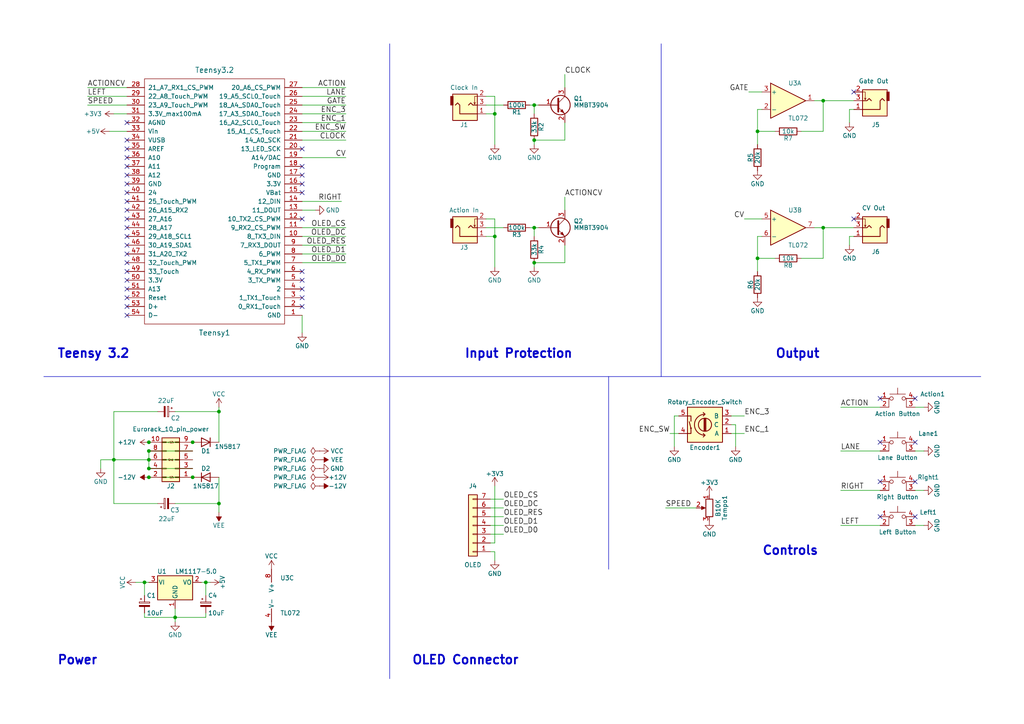
<source format=kicad_sch>
(kicad_sch (version 20230121) (generator eeschema)
  (paper "A4")
  (title_block (title "Play Dice") (company "Mountjoy Modular"))
  (lib_symbols
    (symbol "Amplifier_Operational:TL072" (pin_names (offset 0.127))
      (property "Reference" "U" (at 0 5.08 0))
      (property "Value" "TL072" (at 0 -5.08 0))
      (symbol "TL072_1_1"
        (polyline (pts (xy -5.08 5.08) (xy 5.08 0) (xy -5.08 -5.08) (xy -5.08 5.08)) (stroke (width 0.254)) (fill (type background)))
        (pin output line (at 7.62 0 180) (length 2.54) (name "~") (number "1"))
        (pin input line (at -7.62 -2.54 0) (length 2.54) (name "-") (number "2"))
        (pin input line (at -7.62 2.54 0) (length 2.54) (name "+") (number "3"))
      )
      (symbol "TL072_2_1"
        (polyline (pts (xy -5.08 5.08) (xy 5.08 0) (xy -5.08 -5.08) (xy -5.08 5.08)) (stroke (width 0.254)) (fill (type background)))
        (pin input line (at -7.62 2.54 0) (length 2.54) (name "+") (number "5"))
        (pin input line (at -7.62 -2.54 0) (length 2.54) (name "-") (number "6"))
        (pin output line (at 7.62 0 180) (length 2.54) (name "~") (number "7"))
      )
      (symbol "TL072_3_1"
        (pin power_in line (at -2.54 -7.62 90) (length 3.81) (name "V-") (number "4"))
        (pin power_in line (at -2.54 7.62 270) (length 3.81) (name "V+") (number "8"))
      )
    )
    (symbol "Connector_Generic:Conn_01x07" (pin_names (offset 1.016) hide)
      (property "Reference" "J" (at 0 10.16 0))
      (property "Value" "Conn_01x07" (at 0 -10.16 0))
      (symbol "Conn_01x07_1_1"
        (rectangle (start -1.27 -7.493) (end 0 -7.747) (stroke (width 0.1524)))
        (rectangle (start -1.27 -4.953) (end 0 -5.207) (stroke (width 0.1524)))
        (rectangle (start -1.27 -2.413) (end 0 -2.667) (stroke (width 0.1524)))
        (rectangle (start -1.27 0.127) (end 0 -0.127) (stroke (width 0.1524)))
        (rectangle (start -1.27 2.667) (end 0 2.413) (stroke (width 0.1524)))
        (rectangle (start -1.27 5.207) (end 0 4.953) (stroke (width 0.1524)))
        (rectangle (start -1.27 7.747) (end 0 7.493) (stroke (width 0.1524)))
        (rectangle (start -1.27 8.89) (end 1.27 -8.89) (stroke (width 0.254)) (fill (type background)))
        (pin passive line (at -5.08 7.62 0) (length 3.81) (name "Pin_1") (number "1"))
        (pin passive line (at -5.08 5.08 0) (length 3.81) (name "Pin_2") (number "2"))
        (pin passive line (at -5.08 2.54 0) (length 3.81) (name "Pin_3") (number "3"))
        (pin passive line (at -5.08 0 0) (length 3.81) (name "Pin_4") (number "4"))
        (pin passive line (at -5.08 -2.54 0) (length 3.81) (name "Pin_5") (number "5"))
        (pin passive line (at -5.08 -5.08 0) (length 3.81) (name "Pin_6") (number "6"))
        (pin passive line (at -5.08 -7.62 0) (length 3.81) (name "Pin_7") (number "7"))
      )
    )
    (symbol "Device:C_Polarized_Small" (pin_numbers hide) (pin_names (offset 0.254) hide)
      (property "Reference" "C" (at 0.254 1.778 0))
      (property "Value" "C_Polarized_Small" (at 0.254 -2.032 0))
      (symbol "C_Polarized_Small_0_1"
        (rectangle (start -1.524 -0.3048) (end 1.524 -0.6858) (fill (type outline)))
        (rectangle (start -1.524 0.6858) (end 1.524 0.3048))
        (polyline (pts (xy -1.27 1.524) (xy -0.762 1.524)))
        (polyline (pts (xy -1.016 1.27) (xy -1.016 1.778)))
      )
      (symbol "C_Polarized_Small_1_1"
        (pin passive line (at 0 2.54 270) (length 1.8542) (name "~") (number "1"))
        (pin passive line (at 0 -2.54 90) (length 1.8542) (name "~") (number "2"))
      )
    )
    (symbol "Device:D" (pin_numbers hide) (pin_names (offset 1.016) hide)
      (property "Reference" "D" (at 0 2.54 0))
      (property "Value" "D" (at 0 -2.54 0))
      (symbol "D_0_1"
        (polyline (pts (xy -1.27 1.27) (xy -1.27 -1.27)) (stroke (width 0.254)))
        (polyline (pts (xy 1.27 0) (xy -1.27 0)))
        (polyline (pts (xy 1.27 1.27) (xy 1.27 -1.27) (xy -1.27 0) (xy 1.27 1.27)) (stroke (width 0.254)))
      )
      (symbol "D_1_1"
        (pin passive line (at -3.81 0 0) (length 2.54) (name "K") (number "1"))
        (pin passive line (at 3.81 0 180) (length 2.54) (name "A") (number "2"))
      )
    )
    (symbol "Device:R" (pin_numbers hide) (pin_names (offset 0))
      (property "Reference" "R" (at 2.032 0 90))
      (property "Value" "R" (at 0 0 90))
      (symbol "R_0_1"
        (rectangle (start -1.016 -2.54) (end 1.016 2.54) (stroke (width 0.254)))
      )
      (symbol "R_1_1"
        (pin passive line (at 0 3.81 270) (length 1.27) (name "~") (number "1"))
        (pin passive line (at 0 -3.81 90) (length 1.27) (name "~") (number "2"))
      )
    )
    (symbol "Device:R_Potentiometer" (pin_names (offset 1.016) hide)
      (property "Reference" "RV" (at -4.445 0 90))
      (property "Value" "R_Potentiometer" (at -2.54 0 90))
      (symbol "R_Potentiometer_0_1"
        (polyline (pts (xy 2.54 0) (xy 1.524 0)))
        (polyline (pts (xy 1.143 0) (xy 2.286 0.508) (xy 2.286 -0.508) (xy 1.143 0)) (fill (type outline)))
        (rectangle (start 1.016 2.54) (end -1.016 -2.54) (stroke (width 0.254)))
      )
      (symbol "R_Potentiometer_1_1"
        (pin passive line (at 0 3.81 270) (length 1.27) (name "1") (number "1"))
        (pin passive line (at 3.81 0 180) (length 1.27) (name "2") (number "2"))
        (pin passive line (at 0 -3.81 90) (length 1.27) (name "3") (number "3"))
      )
    )
    (symbol "Eurorack Header:Eurorack_10_pin_power" (pin_names (offset 1.016) hide)
      (property "Reference" "J" (at 1.27 7.62 0))
      (property "Value" "Eurorack_10_pin_power" (at 1.27 -7.62 0))
      (symbol "Eurorack_10_pin_power_1_0"
        (text "+12v" (at 1.27 -5.08 0) (effects (font (size 0.508 0.508))))
        (text "-12v" (at 1.27 5.08 0) (effects (font (size 0.508 0.508))))
        (text "Gnd" (at 1.27 0 0) (effects (font (size 0.508 0.508))))
      )
      (symbol "Eurorack_10_pin_power_1_1"
        (rectangle (start -1.27 -4.953) (end 0 -5.207) (stroke (width 0.1524)))
        (rectangle (start -1.27 -2.413) (end 0 -2.667) (stroke (width 0.1524)))
        (rectangle (start -1.27 0.127) (end 0 -0.127) (stroke (width 0.1524)))
        (rectangle (start -1.27 2.667) (end 0 2.413) (stroke (width 0.1524)))
        (rectangle (start -1.27 5.207) (end 0 4.953) (stroke (width 0.1524)))
        (rectangle (start -1.27 6.35) (end 3.81 -6.35) (stroke (width 0.254)) (fill (type background)))
        (rectangle (start 3.81 -4.953) (end 2.54 -5.207) (stroke (width 0.1524)))
        (rectangle (start 3.81 -2.413) (end 2.54 -2.667) (stroke (width 0.1524)))
        (rectangle (start 3.81 0.127) (end 2.54 -0.127) (stroke (width 0.1524)))
        (rectangle (start 3.81 2.667) (end 2.54 2.413) (stroke (width 0.1524)))
        (rectangle (start 3.81 5.207) (end 2.54 4.953) (stroke (width 0.1524)))
        (pin power_in line (at -5.08 5.08 0) (length 3.81) (name "Pin_1") (number "1"))
        (pin passive line (at 7.62 -5.08 180) (length 3.81) (name "Pin_10") (number "10"))
        (pin passive line (at 7.62 5.08 180) (length 3.81) (name "Pin_2") (number "2"))
        (pin passive line (at -5.08 2.54 0) (length 3.81) (name "Pin_3") (number "3"))
        (pin passive line (at 7.62 2.54 180) (length 3.81) (name "Pin_4") (number "4"))
        (pin power_in line (at -5.08 0 0) (length 3.81) (name "Pin_5") (number "5"))
        (pin passive line (at 7.62 0 180) (length 3.81) (name "Pin_6") (number "6"))
        (pin passive line (at -5.08 -2.54 0) (length 3.81) (name "Pin_7") (number "7"))
        (pin passive line (at 7.62 -2.54 180) (length 3.81) (name "Pin_8") (number "8"))
        (pin power_in line (at -5.08 -5.08 0) (length 3.81) (name "Pin_9") (number "9"))
      )
    )
    (symbol "Regulator_Linear:LM1117-5.0" (pin_names (offset 0.254))
      (property "Reference" "U" (at -3.81 3.175 0))
      (property "Value" "LM1117-5.0" (at 0 3.175 0))
      (symbol "LM1117-5.0_0_1"
        (rectangle (start -5.08 -5.08) (end 5.08 1.905) (stroke (width 0.254)) (fill (type background)))
      )
      (symbol "LM1117-5.0_1_1"
        (pin power_in line (at 0 -7.62 90) (length 2.54) (name "GND") (number "1"))
        (pin power_out line (at 7.62 0 180) (length 2.54) (name "VO") (number "2"))
        (pin power_in line (at -7.62 0 0) (length 2.54) (name "VI") (number "3"))
      )
    )
    (symbol "Switch:SW_MEC_5E" (pin_names (offset 1.016) hide)
      (property "Reference" "SW" (at 0.635 5.715 0))
      (property "Value" "SW_MEC_5E" (at 0 -3.175 0))
      (symbol "SW_MEC_5E_0_1"
        (circle (center -1.778 2.54) (radius 0.508))
        (polyline (pts (xy -2.286 3.81) (xy 2.286 3.81)))
        (polyline (pts (xy 0 3.81) (xy 0 5.588)))
        (polyline (pts (xy -2.54 0) (xy -2.54 2.54) (xy -2.286 2.54)))
        (polyline (pts (xy 2.54 0) (xy 2.54 2.54) (xy 2.286 2.54)))
        (circle (center 1.778 2.54) (radius 0.508))
        (pin passive line (at -5.08 2.54 0) (length 2.54) (name "1") (number "1"))
        (pin passive line (at -5.08 0 0) (length 2.54) (name "2") (number "2"))
        (pin passive line (at 5.08 0 180) (length 2.54) (name "K") (number "3"))
        (pin passive line (at 5.08 2.54 180) (length 2.54) (name "A") (number "4"))
      )
    )
    (symbol "Transistor_BJT:MMBT3904" (pin_names (offset 0) hide)
      (property "Reference" "Q" (at 5.08 1.905 0))
      (property "Value" "MMBT3904" (at 5.08 0 0))
      (symbol "MMBT3904_0_1"
        (polyline (pts (xy 0.635 0.635) (xy 2.54 2.54)))
        (polyline (pts (xy 0.635 -0.635) (xy 2.54 -2.54) (xy 2.54 -2.54)))
        (polyline (pts (xy 0.635 1.905) (xy 0.635 -1.905) (xy 0.635 -1.905)) (stroke (width 0.508)))
        (polyline (pts (xy 1.27 -1.778) (xy 1.778 -1.27) (xy 2.286 -2.286) (xy 1.27 -1.778) (xy 1.27 -1.778)) (fill (type outline)))
        (circle (center 1.27 0) (radius 2.8194) (stroke (width 0.254)))
      )
      (symbol "MMBT3904_1_1"
        (pin input line (at -5.08 0 0) (length 5.715) (name "B") (number "1"))
        (pin passive line (at 2.54 -5.08 90) (length 2.54) (name "E") (number "2"))
        (pin passive line (at 2.54 5.08 270) (length 2.54) (name "C") (number "3"))
      )
    )
    (symbol "power:+12V" (power) (pin_names (offset 0))
      (property "Value" "+12V" (at 0 3.556 0))
      (symbol "+12V_0_1"
        (polyline (pts (xy -0.762 1.27) (xy 0 2.54)))
        (polyline (pts (xy 0 0) (xy 0 2.54)))
        (polyline (pts (xy 0 2.54) (xy 0.762 1.27)))
      )
      (symbol "+12V_1_1"
        (pin power_in line (at 0 0 90) (length 0) hide (name "+12V") (number "1"))
      )
    )
    (symbol "power:+3.3V" (power) (pin_names (offset 0))
      (property "Value" "+3.3V" (at 0 3.556 0))
      (symbol "+3.3V_0_1"
        (polyline (pts (xy -0.762 1.27) (xy 0 2.54)))
        (polyline (pts (xy 0 0) (xy 0 2.54)))
        (polyline (pts (xy 0 2.54) (xy 0.762 1.27)))
      )
      (symbol "+3.3V_1_1"
        (pin power_in line (at 0 0 90) (length 0) hide (name "+3V3") (number "1"))
      )
    )
    (symbol "power:+5V" (power) (pin_names (offset 0))
      (property "Value" "+5V" (at 0 3.556 0))
      (symbol "+5V_0_1"
        (polyline (pts (xy -0.762 1.27) (xy 0 2.54)))
        (polyline (pts (xy 0 0) (xy 0 2.54)))
        (polyline (pts (xy 0 2.54) (xy 0.762 1.27)))
      )
      (symbol "+5V_1_1"
        (pin power_in line (at 0 0 90) (length 0) hide (name "+5V") (number "1"))
      )
    )
    (symbol "power:-12V" (power) (pin_names (offset 0))
      (property "Value" "-12V" (at 0 3.81 0))
      (symbol "-12V_0_0"
        (pin power_in line (at 0 0 90) (length 0) hide (name "-12V") (number "1"))
      )
      (symbol "-12V_0_1"
        (polyline (pts (xy 0 0) (xy 0 1.27) (xy 0.762 1.27) (xy 0 2.54) (xy -0.762 1.27) (xy 0 1.27)) (fill (type outline)))
      )
    )
    (symbol "power:GND" (power) (pin_names (offset 0))
      (property "Value" "GND" (at 0 -3.81 0))
      (symbol "GND_0_1"
        (polyline (pts (xy 0 0) (xy 0 -1.27) (xy 1.27 -1.27) (xy 0 -2.54) (xy -1.27 -1.27) (xy 0 -1.27)))
      )
      (symbol "GND_1_1"
        (pin power_in line (at 0 0 270) (length 0) hide (name "GND") (number "1"))
      )
    )
    (symbol "power:PWR_FLAG" (power) (pin_numbers hide) (pin_names (offset 0) hide)
      (property "Value" "PWR_FLAG" (at 0 3.81 0))
      (symbol "PWR_FLAG_0_0"
        (pin power_out line (at 0 0 90) (length 0) (name "pwr") (number "1"))
      )
      (symbol "PWR_FLAG_0_1"
        (polyline (pts (xy 0 0) (xy 0 1.27) (xy -1.016 1.905) (xy 0 2.54) (xy 1.016 1.905) (xy 0 1.27)))
      )
    )
    (symbol "power:VCC" (power) (pin_names (offset 0))
      (property "Value" "VCC" (at 0 3.81 0))
      (symbol "VCC_0_1"
        (polyline (pts (xy -0.762 1.27) (xy 0 2.54)))
        (polyline (pts (xy 0 0) (xy 0 2.54)))
        (polyline (pts (xy 0 2.54) (xy 0.762 1.27)))
      )
      (symbol "VCC_1_1"
        (pin power_in line (at 0 0 90) (length 0) hide (name "VCC") (number "1"))
      )
    )
    (symbol "power:VEE" (power) (pin_names (offset 0))
      (property "Value" "VEE" (at 0 3.81 0))
      (symbol "VEE_0_1"
        (polyline (pts (xy 0 0) (xy 0 2.54)))
        (polyline (pts (xy 0.762 1.27) (xy -0.762 1.27) (xy 0 2.54) (xy 0.762 1.27)) (fill (type outline)))
      )
      (symbol "VEE_1_1"
        (pin power_in line (at 0 0 90) (length 0) hide (name "VEE") (number "1"))
      )
    )
    (symbol "rotary_encoder:Rotary_Encoder_Switch" (pin_names (offset 1.016))
      (property "Reference" "SW" (at 0 6.604 0))
      (property "Value" "Rotary_Encoder_Switch" (at 0 -6.604 0))
      (symbol "Rotary_Encoder_Switch_0_1"
        (rectangle (start -5.08 5.08) (end 5.08 -5.08) (stroke (width 0.254)) (fill (type background)))
        (arc (start 0 -3.048) (mid 3.0348 0) (end 0 3.048) (stroke (width 0.254)))
        (polyline (pts (xy -0.254 -1.778) (xy -0.254 1.778)) (stroke (width 0.254)))
        (polyline (pts (xy 0 -3.048) (xy 0.508 -3.556)) (stroke (width 0.254)))
        (polyline (pts (xy 0 -3.048) (xy 0.508 -2.54)) (stroke (width 0.254)))
        (polyline (pts (xy 0 -1.778) (xy 0 1.778)) (stroke (width 0.254)))
        (polyline (pts (xy 0 3.048) (xy 0.508 2.54)) (stroke (width 0.254)))
        (polyline (pts (xy 0.254 1.778) (xy 0.254 -1.778)) (stroke (width 0.254)))
        (polyline (pts (xy 0.508 3.556) (xy 0 3.048)) (stroke (width 0.254)))
        (polyline (pts (xy 4.064 1.016) (xy 4.572 -0.889)) (stroke (width 0.254)))
        (polyline (pts (xy 5.08 -2.54) (xy 4.064 -2.54) (xy 4.064 -1.016)) (stroke (width 0.254)))
        (polyline (pts (xy 5.08 2.54) (xy 4.064 2.54) (xy 4.064 1.016)) (stroke (width 0.254)))
        (circle (center 0 0) (radius 1.905) (stroke (width 0.254)))
        (circle (center 4.064 1.016) (radius 0.127) (stroke (width 0.254)))
      )
      (symbol "Rotary_Encoder_Switch_1_1"
        (pin input line (at -7.62 2.54 0) (length 2.54) (name "A") (number "1"))
        (pin input line (at -7.62 0 0) (length 2.54) (name "C") (number "2"))
        (pin input line (at -7.62 -2.54 0) (length 2.54) (name "B") (number "3"))
        (pin input line (at 7.62 2.54 180) (length 2.54) (name "~") (number "4"))
        (pin input line (at 7.62 -2.54 180) (length 2.54) (name "~") (number "5"))
      )
    )
    (symbol "teensy:Teensy3.2" (pin_names (offset 1.016))
      (property "Reference" "U" (at 0 38.1 0))
      (property "Value" "Teensy3.2" (at 0 -38.1 0))
      (symbol "Teensy3.2_0_1"
        (rectangle (start -20.32 35.56) (end 20.32 -35.56))
      )
      (symbol "Teensy3.2_1_1"
        (pin power_in line (at -25.4 33.02 0) (length 5.08) (name "GND") (number "1"))
        (pin bidirectional line (at -25.4 10.16 0) (length 5.08) (name "8_TX3_DIN") (number "10"))
        (pin bidirectional line (at -25.4 7.62 0) (length 5.08) (name "9_RX2_CS_PWM") (number "11"))
        (pin bidirectional line (at -25.4 5.08 0) (length 5.08) (name "10_TX2_CS_PWM") (number "12"))
        (pin bidirectional line (at -25.4 2.54 0) (length 5.08) (name "11_DOUT") (number "13"))
        (pin bidirectional line (at -25.4 0 0) (length 5.08) (name "12_DIN") (number "14"))
        (pin power_in line (at -25.4 -2.54 0) (length 5.08) (name "VBat") (number "15"))
        (pin power_in line (at -25.4 -5.08 0) (length 5.08) (name "3.3V") (number "16"))
        (pin power_in line (at -25.4 -7.62 0) (length 5.08) (name "GND") (number "17"))
        (pin input line (at -25.4 -10.16 0) (length 5.08) (name "Program") (number "18"))
        (pin bidirectional line (at -25.4 -12.7 0) (length 5.08) (name "A14/DAC") (number "19"))
        (pin bidirectional line (at -25.4 30.48 0) (length 5.08) (name "0_RX1_Touch") (number "2"))
        (pin bidirectional line (at -25.4 -15.24 0) (length 5.08) (name "13_LED_SCK") (number "20"))
        (pin bidirectional line (at -25.4 -17.78 0) (length 5.08) (name "14_A0_SCK") (number "21"))
        (pin bidirectional line (at -25.4 -20.32 0) (length 5.08) (name "15_A1_CS_Touch") (number "22"))
        (pin bidirectional line (at -25.4 -22.86 0) (length 5.08) (name "16_A2_SCL0_Touch") (number "23"))
        (pin bidirectional line (at -25.4 -25.4 0) (length 5.08) (name "17_A3_SDA0_Touch") (number "24"))
        (pin bidirectional line (at -25.4 -27.94 0) (length 5.08) (name "18_A4_SDA0_Touch") (number "25"))
        (pin bidirectional line (at -25.4 -30.48 0) (length 5.08) (name "19_A5_SCL0_Touch") (number "26"))
        (pin bidirectional line (at -25.4 -33.02 0) (length 5.08) (name "20_A6_CS_PWM") (number "27"))
        (pin bidirectional line (at 25.4 -33.02 180) (length 5.08) (name "21_A7_RX1_CS_PWM") (number "28"))
        (pin bidirectional line (at 25.4 -30.48 180) (length 5.08) (name "22_A8_Touch_PWM") (number "29"))
        (pin bidirectional line (at -25.4 27.94 0) (length 5.08) (name "1_TX1_Touch") (number "3"))
        (pin bidirectional line (at 25.4 -27.94 180) (length 5.08) (name "23_A9_Touch_PWM") (number "30"))
        (pin power_out line (at 25.4 -25.4 180) (length 5.08) (name "3.3V_max100mA") (number "31"))
        (pin power_in line (at 25.4 -22.86 180) (length 5.08) (name "AGND") (number "32"))
        (pin power_in line (at 25.4 -20.32 180) (length 5.08) (name "Vin") (number "33"))
        (pin power_in line (at 25.4 -17.78 180) (length 5.08) (name "VUSB") (number "34"))
        (pin input line (at 25.4 -15.24 180) (length 5.08) (name "AREF") (number "35"))
        (pin bidirectional line (at 25.4 -12.7 180) (length 5.08) (name "A10") (number "36"))
        (pin bidirectional line (at 25.4 -10.16 180) (length 5.08) (name "A11") (number "37"))
        (pin bidirectional line (at 25.4 -7.62 180) (length 5.08) (name "A12") (number "38"))
        (pin power_in line (at 25.4 -5.08 180) (length 5.08) (name "GND") (number "39"))
        (pin bidirectional line (at -25.4 25.4 0) (length 5.08) (name "2") (number "4"))
        (pin bidirectional line (at 25.4 -2.54 180) (length 5.08) (name "24") (number "40"))
        (pin bidirectional line (at 25.4 0 180) (length 5.08) (name "25_Touch_PWM") (number "41"))
        (pin bidirectional line (at 25.4 2.54 180) (length 5.08) (name "26_A15_RX2") (number "42"))
        (pin bidirectional line (at 25.4 5.08 180) (length 5.08) (name "27_A16") (number "43"))
        (pin bidirectional line (at 25.4 7.62 180) (length 5.08) (name "28_A17") (number "44"))
        (pin bidirectional line (at 25.4 10.16 180) (length 5.08) (name "29_A18_SCL1") (number "45"))
        (pin bidirectional line (at 25.4 12.7 180) (length 5.08) (name "30_A19_SDA1") (number "46"))
        (pin bidirectional line (at 25.4 15.24 180) (length 5.08) (name "31_A20_TX2") (number "47"))
        (pin bidirectional line (at 25.4 17.78 180) (length 5.08) (name "32_Touch_PWM") (number "48"))
        (pin bidirectional line (at 25.4 20.32 180) (length 5.08) (name "33_Touch") (number "49"))
        (pin bidirectional line (at -25.4 22.86 0) (length 5.08) (name "3_TX_PWM") (number "5"))
        (pin power_in line (at 25.4 22.86 180) (length 5.08) (name "3.3V") (number "50"))
        (pin bidirectional line (at 25.4 25.4 180) (length 5.08) (name "A13") (number "51"))
        (pin input line (at 25.4 27.94 180) (length 5.08) (name "Reset") (number "52"))
        (pin bidirectional line (at 25.4 30.48 180) (length 5.08) (name "D+") (number "53"))
        (pin bidirectional line (at 25.4 33.02 180) (length 5.08) (name "D-") (number "54"))
        (pin bidirectional line (at -25.4 20.32 0) (length 5.08) (name "4_RX_PWM") (number "6"))
        (pin bidirectional line (at -25.4 17.78 0) (length 5.08) (name "5_TX1_PWM") (number "7"))
        (pin bidirectional line (at -25.4 15.24 0) (length 5.08) (name "6_PWM") (number "8"))
        (pin bidirectional line (at -25.4 12.7 0) (length 5.08) (name "7_RX3_DOUT") (number "9"))
      )
    )
    (symbol "thonkiconn:AudioJack2_Ground_Switch" (pin_names (offset 1.016))
      (property "Reference" "J" (at 0 8.89 0))
      (property "Value" "AudioJack2_Ground_Switch" (at 0 6.35 0))
      (symbol "AudioJack2_Ground_Switch_0_1"
        (rectangle (start -4.445 -2.54) (end -5.207 0) (fill (type outline)))
        (polyline (pts (xy 1.778 -0.254) (xy 2.032 -0.762)))
        (polyline (pts (xy 0 0) (xy 0.635 -0.635) (xy 1.27 0) (xy 2.54 0)) (stroke (width 0.254)))
        (polyline (pts (xy 2.54 -2.54) (xy 1.778 -2.54) (xy 1.778 -0.254) (xy 1.524 -0.762)))
        (polyline (pts (xy 2.54 2.54) (xy -2.54 2.54) (xy -2.54 0) (xy -3.175 -0.635) (xy -3.81 0)) (stroke (width 0.254)))
        (rectangle (start 2.54 -3.175) (end -4.572 4.445) (stroke (width 0.254)) (fill (type background)))
      )
      (symbol "AudioJack2_Ground_Switch_1_1"
        (pin passive line (at 5.08 2.54 180) (length 2.54) (name "~") (number "1"))
        (pin passive line (at 5.08 -2.54 180) (length 2.54) (name "~") (number "2"))
        (pin passive line (at 5.08 0 180) (length 2.54) (name "~") (number "3"))
      )
    )
  )
  (junction (at 43.18 133.35))
  (junction (at 43.18 138.43))
  (junction (at 63.5 146.05))
  (junction (at 43.18 128.27))
  (junction (at 63.5 119.38))
  (junction (at 154.94 76.2))
  (junction (at 238.76 29.21))
  (junction (at 43.18 135.89))
  (junction (at 143.51 68.58))
  (junction (at 219.71 38.1))
  (junction (at 219.71 74.93))
  (junction (at 55.88 128.27))
  (junction (at 154.94 30.48))
  (junction (at 41.91 168.91))
  (junction (at 154.94 40.64))
  (junction (at 143.51 33.02))
  (junction (at 43.18 130.81))
  (junction (at 33.02 133.35))
  (junction (at 55.88 138.43))
  (junction (at 154.94 66.04))
  (junction (at 59.69 168.91))
  (junction (at 238.76 66.04))
  (junction (at 50.8 179.07))
  (no_connect (at 255.27 139.7))
  (no_connect (at 36.83 68.58))
  (no_connect (at 247.65 63.5))
  (no_connect (at 36.83 71.12))
  (no_connect (at 36.83 73.66))
  (no_connect (at 36.83 35.56))
  (no_connect (at 36.83 40.64))
  (no_connect (at 36.83 43.18))
  (no_connect (at 36.83 45.72))
  (no_connect (at 36.83 48.26))
  (no_connect (at 36.83 50.8))
  (no_connect (at 36.83 53.34))
  (no_connect (at 36.83 55.88))
  (no_connect (at 36.83 58.42))
  (no_connect (at 36.83 60.96))
  (no_connect (at 36.83 66.04))
  (no_connect (at 247.65 26.67))
  (no_connect (at 255.27 115.57))
  (no_connect (at 255.27 128.27))
  (no_connect (at 265.43 128.27))
  (no_connect (at 265.43 115.57))
  (no_connect (at 36.83 76.2))
  (no_connect (at 36.83 78.74))
  (no_connect (at 36.83 81.28))
  (no_connect (at 36.83 83.82))
  (no_connect (at 36.83 86.36))
  (no_connect (at 36.83 88.9))
  (no_connect (at 36.83 91.44))
  (no_connect (at 87.63 43.18))
  (no_connect (at 87.63 48.26))
  (no_connect (at 87.63 50.8))
  (no_connect (at 87.63 53.34))
  (no_connect (at 87.63 55.88))
  (no_connect (at 87.63 63.5))
  (no_connect (at 87.63 78.74))
  (no_connect (at 87.63 81.28))
  (no_connect (at 87.63 83.82))
  (no_connect (at 87.63 86.36))
  (no_connect (at 87.63 88.9))
  (no_connect (at 255.27 149.86))
  (no_connect (at 36.83 63.5))
  (no_connect (at 265.43 149.86))
  (no_connect (at 265.43 139.7))
  (wire (pts (xy 142.24 152.4) (xy 146.05 152.4)))
  (wire (pts (xy 212.09 123.19) (xy 213.36 123.19)))
  (wire (pts (xy 213.36 123.19) (xy 213.36 129.54)))
  (wire (pts (xy 215.9 63.5) (xy 220.98 63.5)))
  (wire (pts (xy 238.76 74.93) (xy 232.41 74.93)))
  (wire (pts (xy 50.8 179.07) (xy 50.8 180.34)))
  (wire (pts (xy 143.51 160.02) (xy 143.51 162.56)))
  (wire (pts (xy 246.38 68.58) (xy 246.38 71.12)))
  (wire (pts (xy 247.65 68.58) (xy 246.38 68.58)))
  (wire (pts (xy 100.33 25.4) (xy 87.63 25.4)))
  (wire (pts (xy 215.9 120.65) (xy 212.09 120.65)))
  (wire (pts (xy 87.63 66.04) (xy 100.33 66.04)))
  (wire (pts (xy 63.5 119.38) (xy 63.5 128.27)))
  (wire (pts (xy 43.18 133.35) (xy 55.88 133.35)))
  (wire (pts (xy 39.37 168.91) (xy 41.91 168.91)))
  (wire (pts (xy 142.24 147.32) (xy 146.05 147.32)))
  (wire (pts (xy 41.91 168.91) (xy 43.18 168.91)))
  (wire (pts (xy 154.94 66.04) (xy 156.21 66.04)))
  (wire (pts (xy 236.22 66.04) (xy 238.76 66.04)))
  (wire (pts (xy 238.76 66.04) (xy 247.65 66.04)))
  (wire (pts (xy 29.21 133.35) (xy 33.02 133.35)))
  (wire (pts (xy 87.63 33.02) (xy 100.33 33.02)))
  (wire (pts (xy 238.76 66.04) (xy 238.76 74.93)))
  (wire (pts (xy 196.85 125.73) (xy 194.31 125.73)))
  (wire (pts (xy 163.83 25.4) (xy 163.83 21.59)))
  (wire (pts (xy 193.04 147.32) (xy 201.93 147.32)))
  (wire (pts (xy 142.24 160.02) (xy 143.51 160.02)))
  (wire (pts (xy 219.71 68.58) (xy 219.71 74.93)))
  (wire (pts (xy 99.06 58.42) (xy 87.63 58.42)))
  (wire (pts (xy 43.18 128.27) (xy 55.88 128.27)))
  (wire (pts (xy 140.97 27.94) (xy 143.51 27.94)))
  (wire (pts (xy 143.51 27.94) (xy 143.51 33.02)))
  (wire (pts (xy 143.51 33.02) (xy 143.51 41.91)))
  (wire (pts (xy 100.33 27.94) (xy 87.63 27.94)))
  (wire (pts (xy 265.43 130.81) (xy 267.97 130.81)))
  (wire (pts (xy 243.84 142.24) (xy 255.27 142.24)))
  (wire (pts (xy 63.5 146.05) (xy 63.5 148.59)))
  (wire (pts (xy 33.02 33.02) (xy 36.83 33.02)))
  (wire (pts (xy 87.63 45.72) (xy 100.33 45.72)))
  (wire (pts (xy 154.94 76.2) (xy 154.94 77.47)))
  (wire (pts (xy 140.97 33.02) (xy 143.51 33.02)))
  (wire (pts (xy 87.63 68.58) (xy 100.33 68.58)))
  (wire (pts (xy 43.18 133.35) (xy 43.18 135.89)))
  (wire (pts (xy 142.24 157.48) (xy 143.51 157.48)))
  (wire (pts (xy 143.51 157.48) (xy 143.51 140.97)))
  (wire (pts (xy 41.91 179.07) (xy 50.8 179.07)))
  (wire (pts (xy 50.8 146.05) (xy 63.5 146.05)))
  (wire (pts (xy 50.8 176.53) (xy 50.8 179.07)))
  (polyline (pts (xy 176.53 109.22) (xy 176.53 165.1)))
  (wire (pts (xy 153.67 66.04) (xy 154.94 66.04)))
  (wire (pts (xy 33.02 133.35) (xy 33.02 146.05)))
  (wire (pts (xy 33.02 146.05) (xy 45.72 146.05)))
  (wire (pts (xy 246.38 31.75) (xy 246.38 35.56)))
  (wire (pts (xy 247.65 31.75) (xy 246.38 31.75)))
  (wire (pts (xy 154.94 40.64) (xy 154.94 41.91)))
  (polyline (pts (xy 12.7 109.22) (xy 284.48 109.22)))
  (wire (pts (xy 154.94 76.2) (xy 163.83 76.2)))
  (wire (pts (xy 87.63 76.2) (xy 100.33 76.2)))
  (wire (pts (xy 265.43 142.24) (xy 267.97 142.24)))
  (wire (pts (xy 265.43 118.11) (xy 267.97 118.11)))
  (wire (pts (xy 215.9 125.73) (xy 212.09 125.73)))
  (wire (pts (xy 43.18 130.81) (xy 43.18 133.35)))
  (wire (pts (xy 33.02 119.38) (xy 45.72 119.38)))
  (polyline (pts (xy 191.77 107.95) (xy 191.77 109.22)))
  (wire (pts (xy 140.97 63.5) (xy 143.51 63.5)))
  (wire (pts (xy 143.51 63.5) (xy 143.51 68.58)))
  (wire (pts (xy 143.51 68.58) (xy 143.51 77.47)))
  (wire (pts (xy 87.63 38.1) (xy 100.33 38.1)))
  (wire (pts (xy 33.02 133.35) (xy 43.18 133.35)))
  (wire (pts (xy 87.63 60.96) (xy 91.44 60.96)))
  (wire (pts (xy 29.21 133.35) (xy 29.21 135.89)))
  (wire (pts (xy 100.33 71.12) (xy 87.63 71.12)))
  (wire (pts (xy 224.79 38.1) (xy 219.71 38.1)))
  (wire (pts (xy 142.24 154.94) (xy 146.05 154.94)))
  (wire (pts (xy 50.8 119.38) (xy 63.5 119.38)))
  (wire (pts (xy 59.69 168.91) (xy 60.96 168.91)))
  (wire (pts (xy 140.97 68.58) (xy 143.51 68.58)))
  (wire (pts (xy 220.98 26.67) (xy 217.17 26.67)))
  (wire (pts (xy 41.91 177.8) (xy 41.91 179.07)))
  (wire (pts (xy 224.79 74.93) (xy 219.71 74.93)))
  (wire (pts (xy 43.18 135.89) (xy 55.88 135.89)))
  (wire (pts (xy 43.18 138.43) (xy 55.88 138.43)))
  (wire (pts (xy 219.71 74.93) (xy 219.71 78.74)))
  (wire (pts (xy 195.58 120.65) (xy 196.85 120.65)))
  (wire (pts (xy 195.58 129.54) (xy 195.58 120.65)))
  (wire (pts (xy 87.63 40.64) (xy 100.33 40.64)))
  (wire (pts (xy 238.76 29.21) (xy 238.76 38.1)))
  (wire (pts (xy 267.97 152.4) (xy 265.43 152.4)))
  (wire (pts (xy 31.75 38.1) (xy 36.83 38.1)))
  (wire (pts (xy 153.67 30.48) (xy 154.94 30.48)))
  (wire (pts (xy 43.18 130.81) (xy 55.88 130.81)))
  (wire (pts (xy 59.69 168.91) (xy 59.69 172.72)))
  (wire (pts (xy 154.94 40.64) (xy 163.83 40.64)))
  (wire (pts (xy 33.02 119.38) (xy 33.02 133.35)))
  (polyline (pts (xy 113.03 12.7) (xy 113.03 196.85)))
  (wire (pts (xy 154.94 30.48) (xy 156.21 30.48)))
  (wire (pts (xy 140.97 66.04) (xy 146.05 66.04)))
  (wire (pts (xy 220.98 31.75) (xy 219.71 31.75)))
  (wire (pts (xy 36.83 27.94) (xy 25.4 27.94)))
  (wire (pts (xy 163.83 40.64) (xy 163.83 35.56)))
  (wire (pts (xy 87.63 91.44) (xy 87.63 96.52)))
  (wire (pts (xy 100.33 73.66) (xy 87.63 73.66)))
  (wire (pts (xy 50.8 179.07) (xy 59.69 179.07)))
  (polyline (pts (xy 191.77 12.7) (xy 191.77 107.95)))
  (wire (pts (xy 154.94 33.02) (xy 154.94 30.48)))
  (wire (pts (xy 36.83 25.4) (xy 25.4 25.4)))
  (wire (pts (xy 58.42 168.91) (xy 59.69 168.91)))
  (wire (pts (xy 238.76 38.1) (xy 232.41 38.1)))
  (wire (pts (xy 142.24 144.78) (xy 146.05 144.78)))
  (wire (pts (xy 25.4 30.48) (xy 36.83 30.48)))
  (wire (pts (xy 63.5 138.43) (xy 63.5 146.05)))
  (wire (pts (xy 154.94 68.58) (xy 154.94 66.04)))
  (wire (pts (xy 140.97 30.48) (xy 146.05 30.48)))
  (wire (pts (xy 59.69 177.8) (xy 59.69 179.07)))
  (wire (pts (xy 63.5 118.11) (xy 63.5 119.38)))
  (wire (pts (xy 219.71 38.1) (xy 219.71 41.91)))
  (wire (pts (xy 220.98 68.58) (xy 219.71 68.58)))
  (wire (pts (xy 243.84 118.11) (xy 255.27 118.11)))
  (wire (pts (xy 87.63 30.48) (xy 100.33 30.48)))
  (wire (pts (xy 163.83 60.96) (xy 163.83 57.15)))
  (wire (pts (xy 41.91 168.91) (xy 41.91 172.72)))
  (wire (pts (xy 243.84 152.4) (xy 255.27 152.4)))
  (wire (pts (xy 87.63 35.56) (xy 100.33 35.56)))
  (wire (pts (xy 219.71 31.75) (xy 219.71 38.1)))
  (wire (pts (xy 142.24 149.86) (xy 146.05 149.86)))
  (wire (pts (xy 236.22 29.21) (xy 238.76 29.21)))
  (wire (pts (xy 238.76 29.21) (xy 247.65 29.21)))
  (wire (pts (xy 243.84 130.81) (xy 255.27 130.81)))
  (wire (pts (xy 163.83 76.2) (xy 163.83 71.12)))
  (text "Power" (at 16.51 193.04 0) (effects (font (size 2.54 2.54) (thickness 0.508) bold) (justify left bottom)))
  (text "Teensy 3.2" (at 16.51 104.14 0) (effects (font (size 2.54 2.54) (thickness 0.508) bold) (justify left bottom)))
  (text "Output" (at 224.79 104.14 0) (effects (font (size 2.54 2.54) (thickness 0.508) bold) (justify left bottom)))
  (text "Input Protection" (at 134.62 104.14 0) (effects (font (size 2.54 2.54) (thickness 0.508) bold) (justify left bottom)))
  (text "Controls" (at 220.98 161.29 0) (effects (font (size 2.54 2.54) (thickness 0.508) bold) (justify left bottom)))
  (text "OLED Connector" (at 119.38 193.04 0) (effects (font (size 2.54 2.54) (thickness 0.508) bold) (justify left bottom)))
  (label "OLED_CS" (at 146.05 144.78 0) (effects (font (size 1.524 1.524))))
  (label "SPEED" (at 193.04 147.32 0) (effects (font (size 1.524 1.524))))
  (label "OLED_DC" (at 146.05 147.32 0) (effects (font (size 1.524 1.524))))
  (label "OLED_RES" (at 146.05 149.86 0) (effects (font (size 1.524 1.524))))
  (label "LANE" (at 243.84 130.81 0) (effects (font (size 1.524 1.524))))
  (label "CV" (at 215.9 63.5 180) (effects (font (size 1.524 1.524))))
  (label "CLOCK" (at 100.33 40.64 180) (effects (font (size 1.524 1.524))))
  (label "GATE" (at 217.17 26.67 180) (effects (font (size 1.524 1.524))))
  (label "OLED_CS" (at 100.33 66.04 180) (effects (font (size 1.524 1.524))))
  (label "CLOCK" (at 163.83 21.59 0) (effects (font (size 1.524 1.524))))
  (label "ENC_1" (at 100.33 35.56 180) (effects (font (size 1.524 1.524))))
  (label "ENC_SW" (at 194.31 125.73 180) (effects (font (size 1.524 1.524))))
  (label "GATE" (at 100.33 30.48 180) (effects (font (size 1.524 1.524))))
  (label "ACTION" (at 243.84 118.11 0) (effects (font (size 1.524 1.524))))
  (label "OLED_D0" (at 100.33 76.2 180) (effects (font (size 1.524 1.524))))
  (label "ENC_1" (at 215.9 125.73 0) (effects (font (size 1.524 1.524))))
  (label "LANE" (at 100.33 27.94 180) (effects (font (size 1.524 1.524))))
  (label "OLED_RES" (at 100.33 71.12 180) (effects (font (size 1.524 1.524))))
  (label "RIGHT" (at 99.06 58.42 180) (effects (font (size 1.524 1.524))))
  (label "OLED_D0" (at 146.05 154.94 0) (effects (font (size 1.524 1.524))))
  (label "ENC_3" (at 215.9 120.65 0) (effects (font (size 1.524 1.524))))
  (label "ACTIONCV" (at 25.4 25.4 0) (effects (font (size 1.524 1.524))))
  (label "ENC_SW" (at 100.33 38.1 180) (effects (font (size 1.524 1.524))))
  (label "LEFT" (at 25.4 27.94 0) (effects (font (size 1.524 1.524))))
  (label "RIGHT" (at 243.84 142.24 0) (effects (font (size 1.524 1.524))))
  (label "OLED_D1" (at 100.33 73.66 180) (effects (font (size 1.524 1.524))))
  (label "ENC_3" (at 100.33 33.02 180) (effects (font (size 1.524 1.524))))
  (label "SPEED" (at 25.4 30.48 0) (effects (font (size 1.524 1.524))))
  (label "ACTION" (at 100.33 25.4 180) (effects (font (size 1.524 1.524))))
  (label "LEFT" (at 243.84 152.4 0) (effects (font (size 1.524 1.524))))
  (label "CV" (at 100.33 45.72 180) (effects (font (size 1.524 1.524))))
  (label "OLED_D1" (at 146.05 152.4 0) (effects (font (size 1.524 1.524))))
  (label "ACTIONCV" (at 163.83 57.15 0) (effects (font (size 1.524 1.524))))
  (label "OLED_DC" (at 100.33 68.58 180) (effects (font (size 1.524 1.524))))
  (symbol (lib_id "teensy:Teensy3.2") (at 62.23 58.42 180) (unit 1)
    (property "Reference" "Teensy1" (at 62.23 96.52 0) (effects (font (size 1.524 1.524))))
    (property "Value" "Teensy3.2" (at 62.23 20.32 0) (effects (font (size 1.524 1.524))))
    (property "Footprint" "PlayDice:Teensy30_31_32_LC" (effects hide))
  )
  (symbol (lib_id "Device:R_Potentiometer") (at 205.74 147.32 0) (mirror y) (unit 1)
    (property "Reference" "Tempo1" (at 210.185 147.32 90))
    (property "Value" "B10K" (at 208.28 147.32 90))
    (property "Footprint" "Potentiometers:Potentiometer_Alps_RK09K_Horizontal" (effects hide))
  )
  (symbol (lib_id "power:GND") (at 205.74 151.13 0) (mirror y) (unit 1)
    (property "Reference" "#PWR01" (effects hide))
    (property "Value" "GND" (at 205.74 154.94 0))
  )
  (symbol (lib_id "power:+5V") (at 31.75 38.1 90) (unit 1)
    (property "Reference" "#PWR02" (effects hide))
    (property "Value" "+5V" (at 26.924 38.1 90))
  )
  (symbol (lib_id "power:GND") (at 87.63 96.52 0) (unit 1)
    (property "Reference" "#PWR03" (effects hide))
    (property "Value" "GND" (at 87.63 100.33 0))
  )
  (symbol (lib_id "power:+3.3V") (at 205.74 143.51 0) (mirror y) (unit 1)
    (property "Reference" "#PWR04" (effects hide))
    (property "Value" "+3.3V" (at 205.74 139.954 0))
  )
  (symbol (lib_id "power:+3.3V") (at 33.02 33.02 90) (unit 1)
    (property "Reference" "#PWR05" (effects hide))
    (property "Value" "+3.3V" (at 26.924 33.02 90))
  )
  (symbol (lib_id "power:GND") (at 219.71 86.36 0) (unit 1)
    (property "Reference" "#PWR06" (effects hide))
    (property "Value" "GND" (at 219.71 90.17 0))
  )
  (symbol (lib_id "Amplifier_Operational:TL072") (at 228.6 66.04 0) (unit 2)
    (property "Reference" "U3" (at 228.6 60.96 0) (effects (justify left)))
    (property "Value" "TL072" (at 228.6 71.12 0) (effects (justify left)))
    (property "Footprint" "Housings_SOIC:SOIC-8_3.9x4.9mm_Pitch1.27mm" (effects hide))
    (property "Datasheet" "http://www.ti.com/lit/ds/symlink/tl071.pdf" (effects hide))
  )
  (symbol (lib_id "Device:R") (at 219.71 82.55 180) (unit 1)
    (property "Reference" "R6" (at 217.678 82.55 90))
    (property "Value" "20k" (at 219.71 82.55 90))
    (property "Footprint" "Resistor_SMD:R_0805_2012Metric_Pad1.20x1.40mm_HandSolder" (effects hide))
  )
  (symbol (lib_id "Device:R") (at 228.6 74.93 270) (unit 1)
    (property "Reference" "R8" (at 228.6 76.962 90))
    (property "Value" "10k" (at 228.6 74.93 90))
    (property "Footprint" "Resistor_SMD:R_0805_2012Metric_Pad1.20x1.40mm_HandSolder" (effects hide))
  )
  (symbol (lib_id "power:GND") (at 143.51 162.56 0) (unit 1)
    (property "Reference" "#PWR07" (effects hide))
    (property "Value" "GND" (at 143.51 166.37 0))
  )
  (symbol (lib_id "power:+3.3V") (at 143.51 140.97 0) (unit 1)
    (property "Reference" "#PWR08" (effects hide))
    (property "Value" "+3.3V" (at 143.51 137.414 0))
  )
  (symbol (lib_id "Connector_Generic:Conn_01x07") (at 137.16 152.4 180) (unit 1)
    (property "Reference" "J4" (at 137.16 140.97 0))
    (property "Value" "OLED" (at 137.16 163.83 0))
    (property "Footprint" "PlayDice:OLED_7_Pin_Connector" (effects hide))
  )
  (symbol (lib_id "Device:D") (at 59.69 138.43 0) (unit 1)
    (property "Reference" "D2" (at 59.69 135.89 0))
    (property "Value" "1N5817" (at 59.69 140.97 0))
    (property "Footprint" "Diodes_THT:D_DO-41_SOD81_P7.62mm_Horizontal" (effects hide))
  )
  (symbol (lib_id "Device:D") (at 59.69 128.27 180) (unit 1)
    (property "Reference" "D1" (at 59.69 130.81 0))
    (property "Value" "1N5817" (at 66.04 129.54 0))
    (property "Footprint" "Diodes_THT:D_DO-41_SOD81_P7.62mm_Horizontal" (effects hide))
  )
  (symbol (lib_id "power:VCC") (at 63.5 118.11 0) (unit 1)
    (property "Reference" "#PWR09" (effects hide))
    (property "Value" "VCC" (at 63.5 114.3 0))
  )
  (symbol (lib_id "power:VEE") (at 63.5 148.59 180) (unit 1)
    (property "Reference" "#PWR010" (effects hide))
    (property "Value" "VEE" (at 63.5 152.4 0))
  )
  (symbol (lib_id "Device:C_Polarized_Small") (at 48.26 119.38 270) (unit 1)
    (property "Reference" "C2" (at 49.53 121.285 90) (effects (justify left)))
    (property "Value" "22uF" (at 45.72 116.205 90) (effects (justify left)))
    (property "Footprint" "Capacitors_THT:CP_Radial_D5.0mm_P2.00mm" (effects hide))
  )
  (symbol (lib_id "Device:C_Polarized_Small") (at 48.26 146.05 90) (unit 1)
    (property "Reference" "C3" (at 52.07 147.955 90) (effects (justify left)))
    (property "Value" "22uF" (at 50.8 150.495 90) (effects (justify left)))
    (property "Footprint" "Capacitors_THT:CP_Radial_D5.0mm_P2.00mm" (effects hide))
  )
  (symbol (lib_id "power:GND") (at 29.21 135.89 0) (unit 1)
    (property "Reference" "#PWR011" (effects hide))
    (property "Value" "GND" (at 29.21 139.7 0))
  )
  (symbol (lib_id "power:VCC") (at 39.37 168.91 90) (unit 1)
    (property "Reference" "#PWR012" (effects hide))
    (property "Value" "VCC" (at 35.56 168.91 0))
  )
  (symbol (lib_id "power:+5V") (at 60.96 168.91 270) (unit 1)
    (property "Reference" "#PWR013" (effects hide))
    (property "Value" "+5V" (at 64.516 168.91 0))
  )
  (symbol (lib_id "power:GND") (at 50.8 180.34 0) (unit 1)
    (property "Reference" "#PWR014" (effects hide))
    (property "Value" "GND" (at 50.8 184.15 0))
  )
  (symbol (lib_id "Device:C_Polarized_Small") (at 59.69 175.26 0) (unit 1)
    (property "Reference" "C4" (at 60.325 172.72 0) (effects (justify left)))
    (property "Value" "10uF" (at 60.325 177.8 0) (effects (justify left)))
    (property "Footprint" "Capacitor_SMD:C_0805_2012Metric_Pad1.18x1.45mm_HandSolder" (effects hide))
  )
  (symbol (lib_id "Device:C_Polarized_Small") (at 41.91 175.26 0) (unit 1)
    (property "Reference" "C1" (at 42.545 172.72 0) (effects (justify left)))
    (property "Value" "10uF" (at 42.545 177.8 0) (effects (justify left)))
    (property "Footprint" "Capacitor_SMD:C_0805_2012Metric_Pad1.18x1.45mm_HandSolder" (effects hide))
  )
  (symbol (lib_id "power:GND") (at 267.97 152.4 90) (unit 1)
    (property "Reference" "#PWR015" (effects hide))
    (property "Value" "GND" (at 271.78 152.4 0))
  )
  (symbol (lib_id "rotary_encoder:Rotary_Encoder_Switch") (at 204.47 123.19 180) (unit 1)
    (property "Reference" "Encoder1" (at 204.47 129.794 0))
    (property "Value" "Rotary_Encoder_Switch" (at 204.47 116.586 0))
    (property "Footprint" "PlayDice:Rotary_Encoder_Switch" (effects hide))
  )
  (symbol (lib_id "power:GND") (at 195.58 129.54 0) (unit 1)
    (property "Reference" "#PWR016" (effects hide))
    (property "Value" "GND" (at 195.58 133.35 0))
  )
  (symbol (lib_id "power:GND") (at 213.36 129.54 0) (unit 1)
    (property "Reference" "#PWR017" (effects hide))
    (property "Value" "GND" (at 213.36 133.35 0))
  )
  (symbol (lib_id "Device:R") (at 219.71 45.72 180) (unit 1)
    (property "Reference" "R5" (at 217.678 45.72 90))
    (property "Value" "20k" (at 219.71 45.72 90))
    (property "Footprint" "Resistor_SMD:R_0805_2012Metric_Pad1.20x1.40mm_HandSolder" (effects hide))
  )
  (symbol (lib_id "Device:R") (at 228.6 38.1 270) (unit 1)
    (property "Reference" "R7" (at 228.6 40.132 90))
    (property "Value" "10k" (at 228.6 38.1 90))
    (property "Footprint" "Resistor_SMD:R_0805_2012Metric_Pad1.20x1.40mm_HandSolder" (effects hide))
  )
  (symbol (lib_id "Amplifier_Operational:TL072") (at 228.6 29.21 0) (unit 1)
    (property "Reference" "U3" (at 228.6 24.13 0) (effects (justify left)))
    (property "Value" "TL072" (at 228.6 34.29 0) (effects (justify left)))
    (property "Footprint" "Housings_SOIC:SOIC-8_3.9x4.9mm_Pitch1.27mm" (effects hide))
    (property "Datasheet" "http://www.ti.com/lit/ds/symlink/tl071.pdf" (effects hide))
  )
  (symbol (lib_id "power:GND") (at 219.71 49.53 0) (unit 1)
    (property "Reference" "#PWR018" (effects hide))
    (property "Value" "GND" (at 219.71 53.34 0))
  )
  (symbol (lib_id "thonkiconn:AudioJack2_Ground_Switch") (at 252.73 29.21 180) (unit 1)
    (property "Reference" "J5" (at 254 36.195 0))
    (property "Value" "Gate Out" (at 253.365 23.495 0))
    (property "Footprint" "Custom_Footprints:THONKICONN_hole" (effects hide))
  )
  (symbol (lib_id "power:GND") (at 246.38 35.56 0) (unit 1)
    (property "Reference" "#PWR019" (effects hide))
    (property "Value" "GND" (at 246.38 39.37 0))
  )
  (symbol (lib_id "thonkiconn:AudioJack2_Ground_Switch") (at 252.73 66.04 180) (unit 1)
    (property "Reference" "J6" (at 254 73.025 0))
    (property "Value" "CV Out" (at 253.365 60.325 0))
    (property "Footprint" "Custom_Footprints:THONKICONN_hole" (effects hide))
  )
  (symbol (lib_id "power:GND") (at 246.38 71.12 0) (unit 1)
    (property "Reference" "#PWR020" (effects hide))
    (property "Value" "GND" (at 246.38 74.93 0))
  )
  (symbol (lib_id "thonkiconn:AudioJack2_Ground_Switch") (at 135.89 30.48 0) (mirror x) (unit 1)
    (property "Reference" "J1" (at 134.62 36.195 0))
    (property "Value" "Clock In" (at 134.62 25.4 0))
    (property "Footprint" "Custom_Footprints:THONKICONN_hole" (effects hide))
  )
  (symbol (lib_id "Device:R") (at 149.86 30.48 270) (unit 1)
    (property "Reference" "R1" (at 149.86 32.512 90))
    (property "Value" "100k" (at 149.86 30.48 90))
    (property "Footprint" "Resistor_SMD:R_0805_2012Metric_Pad1.20x1.40mm_HandSolder" (effects hide))
  )
  (symbol (lib_id "Device:R") (at 154.94 36.83 0) (unit 1)
    (property "Reference" "R2" (at 156.972 36.83 90))
    (property "Value" "33k" (at 154.94 36.83 90))
    (property "Footprint" "Resistor_SMD:R_0805_2012Metric_Pad1.20x1.40mm_HandSolder" (effects hide))
  )
  (symbol (lib_id "power:GND") (at 154.94 41.91 0) (unit 1)
    (property "Reference" "#PWR021" (effects hide))
    (property "Value" "GND" (at 154.94 45.72 0))
  )
  (symbol (lib_id "thonkiconn:AudioJack2_Ground_Switch") (at 135.89 66.04 0) (mirror x) (unit 1)
    (property "Reference" "J3" (at 134.62 71.755 0))
    (property "Value" "Action In" (at 134.62 60.96 0))
    (property "Footprint" "Custom_Footprints:THONKICONN_hole" (effects hide))
  )
  (symbol (lib_id "Device:R") (at 149.86 66.04 270) (unit 1)
    (property "Reference" "R3" (at 149.86 68.072 90))
    (property "Value" "100k" (at 149.86 66.04 90))
    (property "Footprint" "Resistor_SMD:R_0805_2012Metric_Pad1.20x1.40mm_HandSolder" (effects hide))
  )
  (symbol (lib_id "Device:R") (at 154.94 72.39 0) (unit 1)
    (property "Reference" "R4" (at 156.972 72.39 90))
    (property "Value" "33k" (at 154.94 72.39 90))
    (property "Footprint" "Resistor_SMD:R_0805_2012Metric_Pad1.20x1.40mm_HandSolder" (effects hide))
  )
  (symbol (lib_id "power:GND") (at 154.94 77.47 0) (unit 1)
    (property "Reference" "#PWR022" (effects hide))
    (property "Value" "GND" (at 154.94 81.28 0))
  )
  (symbol (lib_id "Eurorack Header:Eurorack_10_pin_power") (at 50.8 133.35 180) (unit 1)
    (property "Reference" "J2" (at 49.53 140.97 0))
    (property "Value" "Eurorack_10_pin_power" (at 49.53 124.46 0))
    (property "Footprint" "Custom_Footprints:Eurorack_10_pin_header" (effects hide))
  )
  (symbol (lib_id "Regulator_Linear:LM1117-5.0") (at 50.8 168.91 0) (unit 1)
    (property "Reference" "U1" (at 46.99 165.735 0))
    (property "Value" "LM1117-5.0" (at 50.8 165.735 0) (effects (justify left)))
    (property "Footprint" "TO_SOT_Packages_SMD:SOT-223" (effects hide))
    (property "Datasheet" "http://www.ti.com/lit/ds/symlink/lm1117.pdf" (effects hide))
  )
  (symbol (lib_id "power:VEE") (at 78.74 180.34 180) (unit 1)
    (property "Reference" "#PWR023" (effects hide))
    (property "Value" "VEE" (at 78.74 184.15 0))
  )
  (symbol (lib_id "power:VCC") (at 78.74 165.1 0) (unit 1)
    (property "Reference" "#PWR024" (effects hide))
    (property "Value" "VCC" (at 78.74 161.29 0))
  )
  (symbol (lib_id "power:GND") (at 267.97 142.24 90) (unit 1)
    (property "Reference" "#PWR027" (effects hide))
    (property "Value" "GND" (at 271.78 142.24 0))
  )
  (symbol (lib_id "power:GND") (at 267.97 130.81 90) (unit 1)
    (property "Reference" "#PWR028" (effects hide))
    (property "Value" "GND" (at 271.78 130.81 0))
  )
  (symbol (lib_id "power:GND") (at 267.97 118.11 90) (unit 1)
    (property "Reference" "#PWR029" (effects hide))
    (property "Value" "GND" (at 271.78 118.11 0))
  )
  (symbol (lib_id "power:GND") (at 91.44 60.96 90) (unit 1)
    (property "Reference" "#PWR030" (effects hide))
    (property "Value" "GND" (at 96.52 60.96 90))
  )
  (symbol (lib_id "Transistor_BJT:MMBT3904") (at 161.29 66.04 0) (unit 1)
    (property "Reference" "Q2" (at 166.37 64.135 0) (effects (justify left)))
    (property "Value" "MMBT3904" (at 166.37 66.04 0) (effects (justify left)))
    (property "Footprint" "Package_TO_SOT_SMD:SOT-23" (effects hide))
    (property "Datasheet" "https://www.onsemi.com/pub/Collateral/2N3903-D.PDF" (effects hide))
  )
  (symbol (lib_id "Transistor_BJT:MMBT3904") (at 161.29 30.48 0) (unit 1)
    (property "Reference" "Q1" (at 166.37 28.575 0) (effects (justify left)))
    (property "Value" "MMBT3904" (at 166.37 30.48 0) (effects (justify left)))
    (property "Footprint" "Package_TO_SOT_SMD:SOT-23" (effects hide))
    (property "Datasheet" "https://www.onsemi.com/pub/Collateral/2N3903-D.PDF" (effects hide))
  )
  (symbol (lib_id "Switch:SW_MEC_5E") (at 260.35 118.11 0) (unit 1)
    (property "Reference" "Action1" (at 270.51 114.3 0))
    (property "Value" "Action Button" (at 260.35 120.015 0))
    (property "Footprint" "Buttons_Switches_THT:SW_MEC_5GTH9" (effects hide))
    (property "Datasheet" "http://www.apem.com/int/index.php?controller=attachment&id_attachment=1371" (effects hide))
  )
  (symbol (lib_id "Switch:SW_MEC_5E") (at 260.35 130.81 0) (unit 1)
    (property "Reference" "Lane1" (at 269.24 125.73 0))
    (property "Value" "Lane Button" (at 260.35 132.715 0))
    (property "Footprint" "Buttons_Switches_THT:SW_MEC_5GTH9" (effects hide))
    (property "Datasheet" "http://www.apem.com/int/index.php?controller=attachment&id_attachment=1371" (effects hide))
  )
  (symbol (lib_id "Switch:SW_MEC_5E") (at 260.35 142.24 0) (unit 1)
    (property "Reference" "Right1" (at 269.24 138.43 0))
    (property "Value" "Right Button" (at 260.35 144.145 0))
    (property "Footprint" "Buttons_Switches_THT:SW_MEC_5GTH9" (effects hide))
    (property "Datasheet" "http://www.apem.com/int/index.php?controller=attachment&id_attachment=1371" (effects hide))
  )
  (symbol (lib_id "Switch:SW_MEC_5E") (at 260.35 152.4 0) (unit 1)
    (property "Reference" "Left1" (at 269.24 148.59 0))
    (property "Value" "Left Button" (at 260.35 154.305 0))
    (property "Footprint" "Buttons_Switches_THT:SW_MEC_5GTH9" (effects hide))
    (property "Datasheet" "http://www.apem.com/int/index.php?controller=attachment&id_attachment=1371" (effects hide))
  )
  (symbol (lib_id "power:+12V") (at 92.71 138.43 270) (unit 1)
    (property "Reference" "#PWR0108" (effects hide))
    (property "Value" "+12V" (at 95.25 138.43 90) (effects (justify left)))
  )
  (symbol (lib_id "power:PWR_FLAG") (at 92.71 133.35 90) (unit 1)
    (property "Reference" "#FLG0101" (effects hide))
    (property "Value" "PWR_FLAG" (at 88.9 133.3499 90) (effects (justify left)))
  )
  (symbol (lib_id "power:PWR_FLAG") (at 92.71 135.89 90) (unit 1)
    (property "Reference" "#FLG0102" (effects hide))
    (property "Value" "PWR_FLAG" (at 88.9 135.8899 90) (effects (justify left)))
  )
  (symbol (lib_id "power:GND") (at 143.51 77.47 0) (unit 1)
    (property "Reference" "#PWR0102" (effects hide))
    (property "Value" "GND" (at 143.51 81.28 0))
  )
  (symbol (lib_id "power:PWR_FLAG") (at 92.71 130.81 90) (unit 1)
    (property "Reference" "#FLG0103" (effects hide))
    (property "Value" "PWR_FLAG" (at 88.9 130.8099 90) (effects (justify left)))
  )
  (symbol (lib_id "power:GND") (at 143.51 41.91 0) (unit 1)
    (property "Reference" "#PWR0101" (effects hide))
    (property "Value" "GND" (at 143.51 45.72 0))
  )
  (symbol (lib_id "power:VEE") (at 92.71 133.35 270) (unit 1)
    (property "Reference" "#PWR0104" (effects hide))
    (property "Value" "VEE" (at 97.79 133.35 90))
  )
  (symbol (lib_id "power:-12V") (at 43.18 138.43 90) (unit 1)
    (property "Reference" "#PWR0106" (effects hide))
    (property "Value" "-12V" (at 39.37 138.43 90) (effects (justify left)))
  )
  (symbol (lib_id "power:PWR_FLAG") (at 92.71 140.97 90) (unit 1)
    (property "Reference" "#FLG0105" (effects hide))
    (property "Value" "PWR_FLAG" (at 88.9 140.9699 90) (effects (justify left)))
  )
  (symbol (lib_id "power:+12V") (at 43.18 128.27 90) (unit 1)
    (property "Reference" "#PWR0107" (effects hide))
    (property "Value" "+12V" (at 39.37 128.27 90) (effects (justify left)))
  )
  (symbol (lib_id "Amplifier_Operational:TL072") (at 81.28 172.72 0) (unit 3)
    (property "Reference" "U3" (at 81.28 167.64 0) (effects (justify left)))
    (property "Value" "TL072" (at 81.28 177.8 0) (effects (justify left)))
    (property "Footprint" "Housings_SOIC:SOIC-8_3.9x4.9mm_Pitch1.27mm" (effects hide))
    (property "Datasheet" "http://www.ti.com/lit/ds/symlink/tl071.pdf" (effects hide))
  )
  (symbol (lib_id "power:-12V") (at 92.71 140.97 270) (unit 1)
    (property "Reference" "#PWR0109" (effects hide))
    (property "Value" "-12V" (at 95.25 140.97 90) (effects (justify left)))
  )
  (symbol (lib_id "power:GND") (at 92.71 135.89 90) (unit 1)
    (property "Reference" "#PWR0105" (effects hide))
    (property "Value" "GND" (at 97.79 135.89 90))
  )
  (symbol (lib_id "power:PWR_FLAG") (at 92.71 138.43 90) (unit 1)
    (property "Reference" "#FLG0104" (effects hide))
    (property "Value" "PWR_FLAG" (at 88.9 138.4299 90) (effects (justify left)))
  )
  (symbol (lib_id "power:VCC") (at 92.71 130.81 270) (unit 1)
    (property "Reference" "#PWR0103" (effects hide))
    (property "Value" "VCC" (at 97.79 130.81 90))
  )
)
</source>
